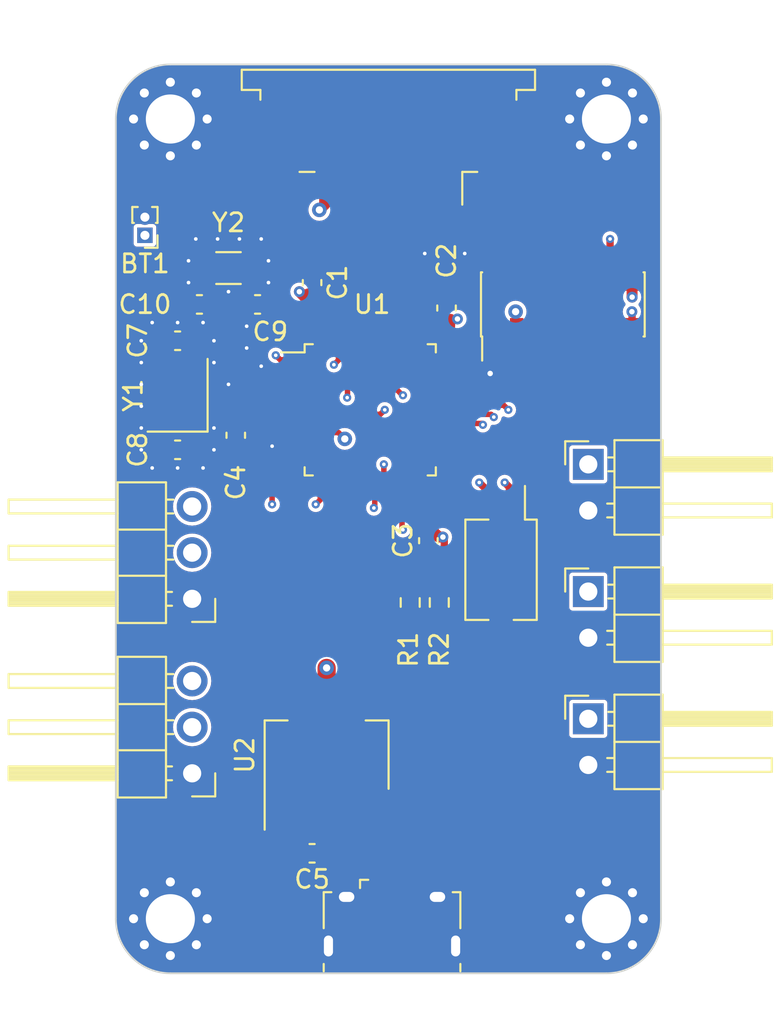
<source format=kicad_pcb>
(kicad_pcb (version 20221018) (generator pcbnew)
  (title_block (title "STM32F103C6 Core Board") (date "2023-11-08") (rev "1.0") (company "JetERA Creative") (comment 1 "https://creativecommons.org/licenses/by-sa/4.0/legalcode.en") (comment 2 "Use of this PCB design is governed under the CC BY-SA 4.0 International license."))
  (layers (0 "F.Cu" signal) (1 "In1.Cu" signal) (2 "In2.Cu" signal) (31 "B.Cu" signal) (34 "B.Paste" user) (35 "F.Paste" user) (36 "B.SilkS" user "B.Silkscreen") (37 "F.SilkS" user "F.Silkscreen") (38 "B.Mask" user) (39 "F.Mask" user) (44 "Edge.Cuts" user))
  (net 0 "")
  (net 1 "+3V3")
  (net 2 "GND")
  (net 3 "Net-(BT1-+)")
  (net 4 "RTCO")
  (net 5 "Net-(U1-PC14)")
  (net 6 "Net-(U1-PC15)")
  (net 7 "Net-(U1-PD0)")
  (net 8 "Net-(U1-PD1)")
  (net 9 "NRST")
  (net 10 "UART2_TX")
  (net 11 "UART2_RX")
  (net 12 "BOOT1")
  (net 13 "UART1_TX")
  (net 14 "UART1_RX")
  (net 15 "USB-")
  (net 16 "USB+")
  (net 17 "SWD_IO")
  (net 18 "SWD_CLK")
  (net 19 "SPI1_CS")
  (net 20 "SPI1_SCK")
  (net 21 "SPI1_MISO")
  (net 22 "SPI1_MOSI")
  (net 23 "I2C_SCL")
  (net 24 "I2C_SDA")
  (net 25 "BOOT0")
  (net 26 "CAN_RX")
  (net 27 "CAN_TX")
  (net 33 "+5V")
  (net 35 "GPIO_PB10")
  (net 36 "GPIO_PB12")
  (net 37 "GPIO_PB13")
  (net 38 "GPIO_PB14")
  (net 39 "GPIO_PB15")
  (net 40 "GPIO_PA0")
  (net 41 "GPIO_PA1")
  (net 42 "GPIO_PA6")
  (net 43 "GPIO_PB0")
  (net 44 "ADC_IN5")
  (net 45 "TIM1")
  (net 46 "TIM2")
  (net 47 "TIM3")
  (net 48 "GPIO_PA4")
  (net 49 "ADC_IN7")
  (footprint "Crystal:Crystal_SMD_3215-2Pin_3.2x1.5mm" (layer "F.Cu") (at 91.2 111.2)
    (fp_text reference "Y2" (at 0 -2.5) (layer "F.SilkS"))
    (fp_text value "32768Hz")
    (pad "1" smd rect (at 1.25 0) (size 1 1.8) (layers "F.Cu" "F.Paste" "F.Mask") (net 5 "Net-(U1-PC14)"))
    (pad "2" smd rect (at -1.25 0) (size 1 1.8) (layers "F.Cu" "F.Paste" "F.Mask") (net 6 "Net-(U1-PC15)"))
  )
  (footprint "Connector_PinHeader_1.00mm:PinHeader_1x02_P1.00mm_Vertical" (layer "F.Cu") (at 86.6 109.4 180)
    (fp_text reference "BT1" (at 0 -1.56) (layer "F.SilkS"))
    (fp_text value "Battery_Cell")
    (pad "1" thru_hole rect (at 0 0 180) (size 0.85 0.85) (drill 0.5) (layers "*.Cu" "*.Mask") (net 3 "Net-(BT1-+)"))
    (pad "2" thru_hole oval (at 0 1 180) (size 0.85 0.85) (drill 0.5) (layers "*.Cu" "*.Mask") (net 2 "GND"))
  )
  (footprint "Connector_PinHeader_2.54mm:PinHeader_1x02_P2.54mm_Horizontal" (layer "F.Cu") (at 111 129)
    (fp_text reference "J7" hide)
    (fp_text value "Conn_01x02")
    (pad "1" thru_hole rect (at 0 0) (size 1.7 1.7) (drill 1) (layers "*.Cu" "*.Mask") (net 46 "TIM2"))
    (pad "2" thru_hole oval (at 0 2.54) (size 1.7 1.7) (drill 1) (layers "*.Cu" "*.Mask") (net 2 "GND"))
  )
  (footprint "Connector_PinHeader_2.54mm:PinHeader_1x02_P2.54mm_Horizontal" (layer "F.Cu") (at 111 136)
    (fp_text reference "J8" hide)
    (fp_text value "Conn_01x02")
    (pad "1" thru_hole rect (at 0 0) (size 1.7 1.7) (drill 1) (layers "*.Cu" "*.Mask") (net 47 "TIM3"))
    (pad "2" thru_hole oval (at 0 2.54) (size 1.7 1.7) (drill 1) (layers "*.Cu" "*.Mask") (net 2 "GND"))
  )
  (footprint "Connector_PinHeader_2.54mm:PinHeader_1x03_P2.54mm_Horizontal" (layer "F.Cu") (at 89.2 139 180)
    (fp_text reference "J4" hide)
    (fp_text value "Conn_01x03")
    (pad "1" thru_hole rect (at 0 0 180) (size 1.7 1.7) (drill 1) (layers "*.Cu" "*.Mask") (net 2 "GND"))
    (pad "2" thru_hole oval (at 0 2.54 180) (size 1.7 1.7) (drill 1) (layers "*.Cu" "*.Mask") (net 11 "UART2_RX"))
    (pad "3" thru_hole oval (at 0 5.08 180) (size 1.7 1.7) (drill 1) (layers "*.Cu" "*.Mask") (net 10 "UART2_TX"))
  )
  (footprint "MountingHole:MountingHole_2.7mm_Pad_Via" (layer "F.Cu") (at 88 147)
    (fp_text reference "H4" hide)
    (fp_text value "MountingHole_Pad")
    (pad "1" thru_hole circle (at -2.025 0) (size 0.8 0.8) (drill 0.5) (layers "*.Cu" "*.Mask") (net 2 "GND"))
    (pad "1" thru_hole circle (at -1.431891 -1.431891) (size 0.8 0.8) (drill 0.5) (layers "*.Cu" "*.Mask") (net 2 "GND"))
    (pad "1" thru_hole circle (at -1.431891 1.431891) (size 0.8 0.8) (drill 0.5) (layers "*.Cu" "*.Mask") (net 2 "GND"))
    (pad "1" thru_hole circle (at 0 -2.025) (size 0.8 0.8) (drill 0.5) (layers "*.Cu" "*.Mask") (net 2 "GND"))
    (pad "1" thru_hole circle (at 0 0) (size 5.4 5.4) (drill 2.7) (layers "*.Cu" "*.Mask") (net 2 "GND"))
    (pad "1" thru_hole circle (at 0 2.025) (size 0.8 0.8) (drill 0.5) (layers "*.Cu" "*.Mask") (net 2 "GND"))
    (pad "1" thru_hole circle (at 1.431891 -1.431891) (size 0.8 0.8) (drill 0.5) (layers "*.Cu" "*.Mask") (net 2 "GND"))
    (pad "1" thru_hole circle (at 1.431891 1.431891) (size 0.8 0.8) (drill 0.5) (layers "*.Cu" "*.Mask") (net 2 "GND"))
    (pad "1" thru_hole circle (at 2.025 0) (size 0.8 0.8) (drill 0.5) (layers "*.Cu" "*.Mask") (net 2 "GND"))
  )
  (footprint "Capacitor_SMD:C_0603_1608Metric" (layer "F.Cu") (at 95.8 143.4 180)
    (fp_text reference "C5" (at 0 -1.43) (layer "F.SilkS"))
    (fp_text value "4.7uF")
    (pad "1" smd roundrect (at -0.775 0 180) (size 0.9 0.95) (layers "F.Cu" "F.Paste" "F.Mask") (net 1 "+3V3"))
    (pad "2" smd roundrect (at 0.775 0 180) (size 0.9 0.95) (layers "F.Cu" "F.Paste" "F.Mask") (net 2 "GND"))
  )
  (footprint "Capacitor_SMD:C_0603_1608Metric" (layer "F.Cu") (at 91.6 120.4 90)
    (fp_text reference "C4" (at -2.6 0 90) (layer "F.SilkS"))
    (fp_text value "4.7uF")
    (pad "1" smd roundrect (at -0.775 0 90) (size 0.9 0.95) (layers "F.Cu" "F.Paste" "F.Mask") (net 1 "+3V3"))
    (pad "2" smd roundrect (at 0.775 0 90) (size 0.9 0.95) (layers "F.Cu" "F.Paste" "F.Mask") (net 2 "GND"))
  )
  (footprint "Connector_PinHeader_2.54mm:PinHeader_1x02_P2.54mm_Horizontal" (layer "F.Cu") (at 111 122)
    (fp_text reference "J1" hide)
    (fp_text value "Conn_01x02")
    (pad "1" thru_hole rect (at 0 0) (size 1.7 1.7) (drill 1) (layers "*.Cu" "*.Mask") (net 45 "TIM1"))
    (pad "2" thru_hole oval (at 0 2.54) (size 1.7 1.7) (drill 1) (layers "*.Cu" "*.Mask") (net 2 "GND"))
  )
  (footprint "Capacitor_SMD:C_0603_1608Metric" (layer "F.Cu") (at 102.2 126.2 -90)
    (fp_text reference "C3" (at 0 1.4 90) (layer "F.SilkS"))
    (fp_text value "4.7uF")
    (pad "1" smd roundrect (at -0.775 0 270) (size 0.9 0.95) (layers "F.Cu" "F.Paste" "F.Mask") (net 1 "+3V3"))
    (pad "2" smd roundrect (at 0.775 0 270) (size 0.9 0.95) (layers "F.Cu" "F.Paste" "F.Mask") (net 2 "GND"))
  )
  (footprint "MountingHole:MountingHole_2.7mm_Pad_Via" (layer "F.Cu") (at 112 147)
    (fp_text reference "H3" hide)
    (fp_text value "MountingHole_Pad")
    (pad "1" thru_hole circle (at -2.025 0) (size 0.8 0.8) (drill 0.5) (layers "*.Cu" "*.Mask") (net 2 "GND"))
    (pad "1" thru_hole circle (at -1.431891 -1.431891) (size 0.8 0.8) (drill 0.5) (layers "*.Cu" "*.Mask") (net 2 "GND"))
    (pad "1" thru_hole circle (at -1.431891 1.431891) (size 0.8 0.8) (drill 0.5) (layers "*.Cu" "*.Mask") (net 2 "GND"))
    (pad "1" thru_hole circle (at 0 -2.025) (size 0.8 0.8) (drill 0.5) (layers "*.Cu" "*.Mask") (net 2 "GND"))
    (pad "1" thru_hole circle (at 0 0) (size 5.4 5.4) (drill 2.7) (layers "*.Cu" "*.Mask") (net 2 "GND"))
    (pad "1" thru_hole circle (at 0 2.025) (size 0.8 0.8) (drill 0.5) (layers "*.Cu" "*.Mask") (net 2 "GND"))
    (pad "1" thru_hole circle (at 1.431891 -1.431891) (size 0.8 0.8) (drill 0.5) (layers "*.Cu" "*.Mask") (net 2 "GND"))
    (pad "1" thru_hole circle (at 1.431891 1.431891) (size 0.8 0.8) (drill 0.5) (layers "*.Cu" "*.Mask") (net 2 "GND"))
    (pad "1" thru_hole circle (at 2.025 0) (size 0.8 0.8) (drill 0.5) (layers "*.Cu" "*.Mask") (net 2 "GND"))
  )
  (footprint "Capacitor_SMD:C_0603_1608Metric" (layer "F.Cu") (at 88.4 121.2)
    (fp_text reference "C8" (at -2.2 0 90) (layer "F.SilkS"))
    (fp_text value "10pF")
    (pad "1" smd roundrect (at -0.775 0) (size 0.9 0.95) (layers "F.Cu" "F.Paste" "F.Mask") (net 2 "GND"))
    (pad "2" smd roundrect (at 0.775 0) (size 0.9 0.95) (layers "F.Cu" "F.Paste" "F.Mask") (net 8 "Net-(U1-PD1)"))
  )
  (footprint "Connector_FFC-FPC:TE_84952-8_1x08-1MP_P1.0mm_Horizontal" (layer "F.Cu") (at 100 105 180)
    (fp_text reference "J6" hide)
    (fp_text value "Conn_01x08_MountingPin")
    (pad "1" smd rect (at -3.5 -1.8 180) (size 0.61 2) (layers "F.Cu" "F.Paste" "F.Mask") (net 2 "GND"))
    (pad "2" smd rect (at -2.5 -1.8 180) (size 0.61 2) (layers "F.Cu" "F.Paste" "F.Mask") (net 19 "SPI1_CS"))
    (pad "3" smd rect (at -1.5 -1.8 180) (size 0.61 2) (layers "F.Cu" "F.Paste" "F.Mask") (net 20 "SPI1_SCK"))
    (pad "4" smd rect (at -0.5 -1.8 180) (size 0.61 2) (layers "F.Cu" "F.Paste" "F.Mask") (net 21 "SPI1_MISO"))
    (pad "5" smd rect (at 0.5 -1.8 180) (size 0.61 2) (layers "F.Cu" "F.Paste" "F.Mask") (net 22 "SPI1_MOSI"))
    (pad "6" smd rect (at 1.5 -1.8 180) (size 0.61 2) (layers "F.Cu" "F.Paste" "F.Mask") (net 23 "I2C_SCL"))
    (pad "7" smd rect (at 2.5 -1.8 180) (size 0.61 2) (layers "F.Cu" "F.Paste" "F.Mask") (net 24 "I2C_SDA"))
    (pad "8" smd rect (at 3.5 -1.8 180) (size 0.61 2) (layers "F.Cu" "F.Paste" "F.Mask") (net 1 "+3V3"))
    (pad "MP" smd rect (at -6.49 1 180) (size 2.68 3.6) (layers "F.Cu" "F.Paste" "F.Mask") (net 2 "GND"))
    (pad "MP" smd rect (at 6.49 1 180) (size 2.68 3.6) (layers "F.Cu" "F.Paste" "F.Mask") (net 2 "GND"))
  )
  (footprint "Crystal:Crystal_SMD_3225-4Pin_3.2x2.5mm" (layer "F.Cu") (at 88.4 118.2 90)
    (fp_text reference "Y1" (at 0 -2.45 90) (layer "F.SilkS"))
    (fp_text value "12MHz")
    (pad "1" smd rect (at -1.1 0.85 90) (size 1.4 1.2) (layers "F.Cu" "F.Paste" "F.Mask") (net 8 "Net-(U1-PD1)"))
    (pad "2" smd rect (at 1.1 0.85 90) (size 1.4 1.2) (layers "F.Cu" "F.Paste" "F.Mask") (net 2 "GND"))
    (pad "3" smd rect (at 1.1 -0.85 90) (size 1.4 1.2) (layers "F.Cu" "F.Paste" "F.Mask") (net 7 "Net-(U1-PD0)"))
    (pad "4" smd rect (at -1.1 -0.85 90) (size 1.4 1.2) (layers "F.Cu" "F.Paste" "F.Mask") (net 2 "GND"))
  )
  (footprint "Resistor_SMD:R_0603_1608Metric" (layer "F.Cu") (at 102.8 129.6 -90)
    (fp_text reference "R2" (at 2.6 0 90) (layer "F.SilkS"))
    (fp_text value "10k")
    (pad "1" smd roundrect (at -0.825 0 270) (size 0.8 0.95) (layers "F.Cu" "F.Paste" "F.Mask") (net 1 "+3V3"))
    (pad "2" smd roundrect (at 0.825 0 270) (size 0.8 0.95) (layers "F.Cu" "F.Paste" "F.Mask") (net 12 "BOOT1"))
  )
  (footprint "Connector_USB:USB_Micro-B_Amphenol_10118194_Horizontal" (layer "F.Cu") (at 100.2 147.2)
    (fp_text reference "J3" hide)
    (fp_text value "USB_B_Micro")
    (pad "1" smd rect (at -1.3 -1.4) (size 0.4 1.35) (layers "F.Cu" "F.Paste" "F.Mask") (net 33 "+5V"))
    (pad "2" smd rect (at -0.65 -1.4) (size 0.4 1.35) (layers "F.Cu" "F.Paste" "F.Mask") (net 15 "USB-"))
    (pad "3" smd rect (at 0 -1.4) (size 0.4 1.35) (layers "F.Cu" "F.Paste" "F.Mask") (net 16 "USB+"))
    (pad "4" smd rect (at 0.65 -1.4) (size 0.4 1.35) (layers "F.Cu" "F.Paste" "F.Mask"))
    (pad "5" smd rect (at 1.3 -1.4) (size 0.4 1.35) (layers "F.Cu" "F.Paste" "F.Mask") (net 2 "GND"))
    (pad "6" thru_hole oval (at -3.5 1.3) (size 0.89 1.55) (drill oval 0.5 1.15) (layers "*.Cu" "*.Mask") (net 2 "GND"))
    (pad "6" smd rect (at -2.9 1.3) (size 1.2 1.55) (layers "F.Cu" "F.Paste" "F.Mask") (net 2 "GND"))
    (pad "6" thru_hole oval (at -2.5 -1.4) (size 1.25 0.95) (drill oval 0.85 0.55) (layers "*.Cu" "*.Mask") (net 2 "GND"))
    (pad "6" smd rect (at -1 1.3) (size 1.5 1.55) (layers "F.Cu" "F.Paste" "F.Mask") (net 2 "GND"))
    (pad "6" smd rect (at 1 1.3) (size 1.5 1.55) (layers "F.Cu" "F.Paste" "F.Mask") (net 2 "GND"))
    (pad "6" thru_hole oval (at 2.5 -1.4) (size 1.25 0.95) (drill oval 0.85 0.55) (layers "*.Cu" "*.Mask") (net 2 "GND"))
    (pad "6" smd rect (at 2.9 1.3) (size 1.2 1.55) (layers "F.Cu" "F.Paste" "F.Mask") (net 2 "GND"))
    (pad "6" thru_hole oval (at 3.5 1.3) (size 0.89 1.55) (drill oval 0.5 1.15) (layers "*.Cu" "*.Mask") (net 2 "GND"))
  )
  (footprint "Capacitor_SMD:C_0603_1608Metric" (layer "F.Cu") (at 88.4 115.2 180)
    (fp_text reference "C7" (at 2.2 0 90) (layer "F.SilkS"))
    (fp_text value "10pF")
    (pad "1" smd roundrect (at -0.775 0 180) (size 0.9 0.95) (layers "F.Cu" "F.Paste" "F.Mask") (net 2 "GND"))
    (pad "2" smd roundrect (at 0.775 0 180) (size 0.9 0.95) (layers "F.Cu" "F.Paste" "F.Mask") (net 7 "Net-(U1-PD0)"))
  )
  (footprint "Package_QFP:LQFP-48_7x7mm_P0.5mm" (layer "F.Cu") (at 99 119)
    (fp_text reference "U1" (at 0.1 -5.8) (layer "F.SilkS"))
    (fp_text value "STM32F103C6Tx")
    (pad "1" smd roundrect (at -4.1625 -2.75) (size 1.475 0.3) (layers "F.Cu" "F.Paste" "F.Mask") (net 3 "Net-(BT1-+)"))
    (pad "2" smd roundrect (at -4.1625 -2.25) (size 1.475 0.3) (layers "F.Cu" "F.Paste" "F.Mask") (net 4 "RTCO"))
    (pad "3" smd roundrect (at -4.1625 -1.75) (size 1.475 0.3) (layers "F.Cu" "F.Paste" "F.Mask") (net 5 "Net-(U1-PC14)"))
    (pad "4" smd roundrect (at -4.1625 -1.25) (size 1.475 0.3) (layers "F.Cu" "F.Paste" "F.Mask") (net 6 "Net-(U1-PC15)"))
    (pad "5" smd roundrect (at -4.1625 -0.75) (size 1.475 0.3) (layers "F.Cu" "F.Paste" "F.Mask") (net 7 "Net-(U1-PD0)"))
    (pad "6" smd roundrect (at -4.1625 -0.25) (size 1.475 0.3) (layers "F.Cu" "F.Paste" "F.Mask") (net 8 "Net-(U1-PD1)"))
    (pad "7" smd roundrect (at -4.1625 0.25) (size 1.475 0.3) (layers "F.Cu" "F.Paste" "F.Mask") (net 9 "NRST"))
    (pad "8" smd roundrect (at -4.1625 0.75) (size 1.475 0.3) (layers "F.Cu" "F.Paste" "F.Mask") (net 2 "GND"))
    (pad "9" smd roundrect (at -4.1625 1.25) (size 1.475 0.3) (layers "F.Cu" "F.Paste" "F.Mask") (net 1 "+3V3"))
    (pad "10" smd roundrect (at -4.1625 1.75) (size 1.475 0.3) (layers "F.Cu" "F.Paste" "F.Mask") (net 40 "GPIO_PA0"))
    (pad "11" smd roundrect (at -4.1625 2.25) (size 1.475 0.3) (layers "F.Cu" "F.Paste" "F.Mask") (net 41 "GPIO_PA1"))
    (pad "12" smd roundrect (at -4.1625 2.75) (size 1.475 0.3) (layers "F.Cu" "F.Paste" "F.Mask") (net 10 "UART2_TX"))
    (pad "13" smd roundrect (at -2.75 4.1625) (size 0.3 1.475) (layers "F.Cu" "F.Paste" "F.Mask") (net 11 "UART2_RX"))
    (pad "14" smd roundrect (at -2.25 4.1625) (size 0.3 1.475) (layers "F.Cu" "F.Paste" "F.Mask") (net 48 "GPIO_PA4"))
    (pad "15" smd roundrect (at -1.75 4.1625) (size 0.3 1.475) (layers "F.Cu" "F.Paste" "F.Mask") (net 44 "ADC_IN5"))
    (pad "16" smd roundrect (at -1.25 4.1625) (size 0.3 1.475) (layers "F.Cu" "F.Paste" "F.Mask") (net 42 "GPIO_PA6"))
    (pad "17" smd roundrect (at -0.75 4.1625) (size 0.3 1.475) (layers "F.Cu" "F.Paste" "F.Mask") (net 49 "ADC_IN7"))
    (pad "18" smd roundrect (at -0.25 4.1625) (size 0.3 1.475) (layers "F.Cu" "F.Paste" "F.Mask") (net 43 "GPIO_PB0"))
    (pad "19" smd roundrect (at 0.25 4.1625) (size 0.3 1.475) (layers "F.Cu" "F.Paste" "F.Mask") (net 47 "TIM3"))
    (pad "20" smd roundrect (at 0.75 4.1625) (size 0.3 1.475) (layers "F.Cu" "F.Paste" "F.Mask") (net 12 "BOOT1"))
    (pad "21" smd roundrect (at 1.25 4.1625) (size 0.3 1.475) (layers "F.Cu" "F.Paste" "F.Mask") (net 35 "GPIO_PB10"))
    (pad "22" smd roundrect (at 1.75 4.1625) (size 0.3 1.475) (layers "F.Cu" "F.Paste" "F.Mask") (net 46 "TIM2"))
    (pad "23" smd roundrect (at 2.25 4.1625) (size 0.3 1.475) (layers "F.Cu" "F.Paste" "F.Mask") (net 2 "GND"))
    (pad "24" smd roundrect (at 2.75 4.1625) (size 0.3 1.475) (layers "F.Cu" "F.Paste" "F.Mask") (net 1 "+3V3"))
    (pad "25" smd roundrect (at 4.1625 2.75) (size 1.475 0.3) (layers "F.Cu" "F.Paste" "F.Mask") (net 36 "GPIO_PB12"))
    (pad "26" smd roundrect (at 4.1625 2.25) (size 1.475 0.3) (layers "F.Cu" "F.Paste" "F.Mask") (net 37 "GPIO_PB13"))
    (pad "27" smd roundrect (at 4.1625 1.75) (size 1.475 0.3) (layers "F.Cu" "F.Paste" "F.Mask") (net 38 "GPIO_PB14"))
    (pad "28" smd roundrect (at 4.1625 1.25) (size 1.475 0.3) (layers "F.Cu" "F.Paste" "F.Mask") (net 39 "GPIO_PB15"))
    (pad "29" smd roundrect (at 4.1625 0.75) (size 1.475 0.3) (layers "F.Cu" "F.Paste" "F.Mask") (net 45 "TIM1"))
    (pad "30" smd roundrect (at 4.1625 0.25) (size 1.475 0.3) (layers "F.Cu" "F.Paste" "F.Mask") (net 13 "UART1_TX"))
    (pad "31" smd roundrect (at 4.1625 -0.25) (size 1.475 0.3) (layers "F.Cu" "F.Paste" "F.Mask") (net 14 "UART1_RX"))
    (pad "32" smd roundrect (at 4.1625 -0.75) (size 1.475 0.3) (layers "F.Cu" "F.Paste" "F.Mask") (net 15 "USB-"))
    (pad "33" smd roundrect (at 4.1625 -1.25) (size 1.475 0.3) (layers "F.Cu" "F.Paste" "F.Mask") (net 16 "USB+"))
    (pad "34" smd roundrect (at 4.1625 -1.75) (size 1.475 0.3) (layers "F.Cu" "F.Paste" "F.Mask") (net 17 "SWD_IO"))
    (pad "35" smd roundrect (at 4.1625 -2.25) (size 1.475 0.3) (layers "F.Cu" "F.Paste" "F.Mask") (net 2 "GND"))
    (pad "36" smd roundrect (at 4.1625 -2.75) (size 1.475 0.3) (layers "F.Cu" "F.Paste" "F.Mask") (net 1 "+3V3"))
    (pad "37" smd roundrect (at 2.75 -4.1625) (size 0.3 1.475) (layers "F.Cu" "F.Paste" "F.Mask") (net 18 "SWD_CLK"))
    (pad "38" smd roundrect (at 2.25 -4.1625) (size 0.3 1.475) (layers "F.Cu" "F.Paste" "F.Mask") (net 19 "SPI1_CS"))
    (pad "39" smd roundrect (at 1.75 -4.1625) (size 0.3 1.475) (layers "F.Cu" "F.Paste" "F.Mask") (net 20 "SPI1_SCK"))
    (pad "40" smd roundrect (at 1.25 -4.1625) (size 0.3 1.475) (layers "F.Cu" "F.Paste" "F.Mask") (net 21 "SPI1_MISO"))
    (pad "41" smd roundrect (at 0.75 -4.1625) (size 0.3 1.475) (layers "F.Cu" "F.Paste" "F.Mask") (net 22 "SPI1_MOSI"))
    (pad "42" smd roundrect (at 0.25 -4.1625) (size 0.3 1.475) (layers "F.Cu" "F.Paste" "F.Mask") (net 23 "I2C_SCL"))
    (pad "43" smd roundrect (at -0.25 -4.1625) (size 0.3 1.475) (layers "F.Cu" "F.Paste" "F.Mask") (net 24 "I2C_SDA"))
    (pad "44" smd roundrect (at -0.75 -4.1625) (size 0.3 1.475) (layers "F.Cu" "F.Paste" "F.Mask") (net 25 "BOOT0"))
    (pad "45" smd roundrect (at -1.25 -4.1625) (size 0.3 1.475) (layers "F.Cu" "F.Paste" "F.Mask") (net 26 "CAN_RX"))
    (pad "46" smd roundrect (at -1.75 -4.1625) (size 0.3 1.475) (layers "F.Cu" "F.Paste" "F.Mask") (net 27 "CAN_TX"))
    (pad "47" smd roundrect (at -2.25 -4.1625) (size 0.3 1.475) (layers "F.Cu" "F.Paste" "F.Mask") (net 2 "GND"))
    (pad "48" smd roundrect (at -2.75 -4.1625) (size 0.3 1.475) (layers "F.Cu" "F.Paste" "F.Mask") (net 1 "+3V3"))
  )
  (footprint "Capacitor_SMD:C_0603_1608Metric" (layer "F.Cu") (at 89.6 113.2)
    (fp_text reference "C10" (at -3 0 180) (layer "F.SilkS"))
    (fp_text value "10pF")
    (pad "1" smd roundrect (at -0.775 0) (size 0.9 0.95) (layers "F.Cu" "F.Paste" "F.Mask") (net 2 "GND"))
    (pad "2" smd roundrect (at 0.775 0) (size 0.9 0.95) (layers "F.Cu" "F.Paste" "F.Mask") (net 6 "Net-(U1-PC15)"))
  )
  (footprint "MountingHole:MountingHole_2.7mm_Pad_Via" (layer "F.Cu") (at 112 103)
    (fp_text reference "H2" hide)
    (fp_text value "MountingHole_Pad")
    (pad "1" thru_hole circle (at -2.025 0) (size 0.8 0.8) (drill 0.5) (layers "*.Cu" "*.Mask") (net 2 "GND"))
    (pad "1" thru_hole circle (at -1.431891 -1.431891) (size 0.8 0.8) (drill 0.5) (layers "*.Cu" "*.Mask") (net 2 "GND"))
    (pad "1" thru_hole circle (at -1.431891 1.431891) (size 0.8 0.8) (drill 0.5) (layers "*.Cu" "*.Mask") (net 2 "GND"))
    (pad "1" thru_hole circle (at 0 -2.025) (size 0.8 0.8) (drill 0.5) (layers "*.Cu" "*.Mask") (net 2 "GND"))
    (pad "1" thru_hole circle (at 0 0) (size 5.4 5.4) (drill 2.7) (layers "*.Cu" "*.Mask") (net 2 "GND"))
    (pad "1" thru_hole circle (at 0 2.025) (size 0.8 0.8) (drill 0.5) (layers "*.Cu" "*.Mask") (net 2 "GND"))
    (pad "1" thru_hole circle (at 1.431891 -1.431891) (size 0.8 0.8) (drill 0.5) (layers "*.Cu" "*.Mask") (net 2 "GND"))
    (pad "1" thru_hole circle (at 1.431891 1.431891) (size 0.8 0.8) (drill 0.5) (layers "*.Cu" "*.Mask") (net 2 "GND"))
    (pad "1" thru_hole circle (at 2.025 0) (size 0.8 0.8) (drill 0.5) (layers "*.Cu" "*.Mask") (net 2 "GND"))
  )
  (footprint "Connector_PinHeader_1.27mm:PinHeader_2x07_P1.27mm_Vertical_SMD" (layer "F.Cu") (at 109.6 113.2 90)
    (fp_text reference "J2" hide)
    (fp_text value "Conn_ST_STDC14")
    (pad "1" smd rect (at -1.95 -3.81 90) (size 2.4 0.74) (layers "F.Cu" "F.Paste" "F.Mask"))
    (pad "2" smd rect (at 1.95 -3.81 90) (size 2.4 0.74) (layers "F.Cu" "F.Paste" "F.Mask"))
    (pad "3" smd rect (at -1.95 -2.54 90) (size 2.4 0.74) (layers "F.Cu" "F.Paste" "F.Mask") (net 1 "+3V3"))
    (pad "4" smd rect (at 1.95 -2.54 90) (size 2.4 0.74) (layers "F.Cu" "F.Paste" "F.Mask") (net 17 "SWD_IO"))
    (pad "5" smd rect (at -1.95 -1.27 90) (size 2.4 0.74) (layers "F.Cu" "F.Paste" "F.Mask") (net 2 "GND"))
    (pad "6" smd rect (at 1.95 -1.27 90) (size 2.4 0.74) (layers "F.Cu" "F.Paste" "F.Mask") (net 18 "SWD_CLK"))
    (pad "7" smd rect (at -1.95 0 90) (size 2.4 0.74) (layers "F.Cu" "F.Paste" "F.Mask") (net 2 "GND"))
    (pad "8" smd rect (at 1.95 0 90) (size 2.4 0.74) (layers "F.Cu" "F.Paste" "F.Mask"))
    (pad "9" smd rect (at -1.95 1.27 90) (size 2.4 0.74) (layers "F.Cu" "F.Paste" "F.Mask"))
    (pad "10" smd rect (at 1.95 1.27 90) (size 2.4 0.74) (layers "F.Cu" "F.Paste" "F.Mask"))
    (pad "11" smd rect (at -1.95 2.54 90) (size 2.4 0.74) (layers "F.Cu" "F.Paste" "F.Mask") (net 2 "GND"))
    (pad "12" smd rect (at 1.95 2.54 90) (size 2.4 0.74) (layers "F.Cu" "F.Paste" "F.Mask") (net 9 "NRST"))
    (pad "13" smd rect (at -1.95 3.81 90) (size 2.4 0.74) (layers "F.Cu" "F.Paste" "F.Mask") (net 14 "UART1_RX"))
    (pad "14" smd rect (at 1.95 3.81 90) (size 2.4 0.74) (layers "F.Cu" "F.Paste" "F.Mask") (net 13 "UART1_TX"))
  )
  (footprint "Package_TO_SOT_SMD:SOT-223-3_TabPin2" (layer "F.Cu") (at 96.6 138 90)
    (fp_text reference "U2" (at 0 -4.5 90) (layer "F.SilkS"))
    (fp_text value "AMS1117-3.3")
    (pad "1" smd rect (at -3.15 -2.3 90) (size 2 1.5) (layers "F.Cu" "F.Paste" "F.Mask") (net 2 "GND"))
    (pad "2" smd rect (at -3.15 0 90) (size 2 1.5) (layers "F.Cu" "F.Paste" "F.Mask") (net 1 "+3V3"))
    (pad "2" smd rect (at 3.15 0 90) (size 2 3.8) (layers "F.Cu" "F.Paste" "F.Mask") (net 1 "+3V3"))
    (pad "3" smd rect (at -3.15 2.3 90) (size 2 1.5) (layers "F.Cu" "F.Paste" "F.Mask") (net 33 "+5V"))
  )
  (footprint "Capacitor_SMD:C_0603_1608Metric" (layer "F.Cu") (at 95.8 112 90)
    (fp_text reference "C1" (at 0 1.4 90) (layer "F.SilkS"))
    (fp_text value "4.7uF")
    (pad "1" smd roundrect (at -0.775 0 90) (size 0.9 0.95) (layers "F.Cu" "F.Paste" "F.Mask") (net 1 "+3V3"))
    (pad "2" smd roundrect (at 0.775 0 90) (size 0.9 0.95) (layers "F.Cu" "F.Paste" "F.Mask") (net 2 "GND"))
  )
  (footprint "Capacitor_SMD:C_0603_1608Metric" (layer "F.Cu") (at 92.8 113.2 180)
    (fp_text reference "C9" (at -0.7 -1.5 180) (layer "F.SilkS"))
    (fp_text value "10pF")
    (pad "1" smd roundrect (at -0.775 0 180) (size 0.9 0.95) (layers "F.Cu" "F.Paste" "F.Mask") (net 2 "GND"))
    (pad "2" smd roundrect (at 0.775 0 180) (size 0.9 0.95) (layers "F.Cu" "F.Paste" "F.Mask") (net 5 "Net-(U1-PC14)"))
  )
  (footprint "Connector_PinHeader_2.54mm:PinHeader_1x03_P2.54mm_Horizontal" (layer "F.Cu") (at 89.2 129.4 180)
    (fp_text reference "J5" hide)
    (fp_text value "Conn_01x03")
    (pad "1" thru_hole rect (at 0 0 180) (size 1.7 1.7) (drill 1) (layers "*.Cu" "*.Mask") (net 2 "GND"))
    (pad "2" thru_hole oval (at 0 2.54 180) (size 1.7 1.7) (drill 1) (layers "*.Cu" "*.Mask") (net 26 "CAN_RX"))
    (pad "3" thru_hole oval (at 0 5.08 180) (size 1.7 1.7) (drill 1) (layers "*.Cu" "*.Mask") (net 27 "CAN_TX"))
  )
  (footprint "Button_Switch_SMD:SW_DIP_SPSTx02_Slide_Copal_CHS-02B_W7.62mm_P1.27mm" (layer "F.Cu") (at 106.2 127.8 -90)
    (fp_text reference "SW1" hide)
    (fp_text value "SW_DIP_x02")
    (pad "1" smd rect (at -3.81 -0.635 270) (size 1.6 0.76) (layers "F.Cu" "F.Paste" "F.Mask") (net 25 "BOOT0"))
    (pad "2" smd rect (at -3.81 0.635 270) (size 1.6 0.76) (layers "F.Cu" "F.Paste" "F.Mask") (net 12 "BOOT1"))
    (pad "3" smd rect (at 3.81 0.635 270) (size 1.6 0.76) (layers "F.Cu" "F.Paste" "F.Mask") (net 2 "GND"))
    (pad "4" smd rect (at 3.81 -0.635 270) (size 1.6 0.76) (layers "F.Cu" "F.Paste" "F.Mask") (net 2 "GND"))
  )
  (footprint "Resistor_SMD:R_0603_1608Metric" (layer "F.Cu") (at 101.2 129.6 -90)
    (fp_text reference "R1" (at 2.6 0.1 90) (layer "F.SilkS"))
    (fp_text value "10k")
    (pad "1" smd roundrect (at -0.825 0 270) (size 0.8 0.95) (layers "F.Cu" "F.Paste" "F.Mask") (net 1 "+3V3"))
    (pad "2" smd roundrect (at 0.825 0 270) (size 0.8 0.95) (layers "F.Cu" "F.Paste" "F.Mask") (net 25 "BOOT0"))
  )
  (footprint "Capacitor_SMD:C_0603_1608Metric" (layer "F.Cu") (at 103.2 113.4 90)
    (fp_text reference "C2" (at 2.6 0 90) (layer "F.SilkS"))
    (fp_text value "4.7uF")
    (pad "1" smd roundrect (at -0.775 0 90) (size 0.9 0.95) (layers "F.Cu" "F.Paste" "F.Mask") (net 1 "+3V3"))
    (pad "2" smd roundrect (at 0.775 0 90) (size 0.9 0.95) (layers "F.Cu" "F.Paste" "F.Mask") (net 2 "GND"))
  )
  (footprint "MountingHole:MountingHole_2.7mm_Pad_Via" (layer "F.Cu") (at 88 103)
    (fp_text reference "H1" hide)
    (fp_text value "MountingHole_Pad")
    (pad "1" thru_hole circle (at -2.025 0) (size 0.8 0.8) (drill 0.5) (layers "*.Cu" "*.Mask") (net 2 "GND"))
    (pad "1" thru_hole circle (at -1.431891 -1.431891) (size 0.8 0.8) (drill 0.5) (layers "*.Cu" "*.Mask") (net 2 "GND"))
    (pad "1" thru_hole circle (at -1.431891 1.431891) (size 0.8 0.8) (drill 0.5) (layers "*.Cu" "*.Mask") (net 2 "GND"))
    (pad "1" thru_hole circle (at 0 -2.025) (size 0.8 0.8) (drill 0.5) (layers "*.Cu" "*.Mask") (net 2 "GND"))
    (pad "1" thru_hole circle (at 0 0) (size 5.4 5.4) (drill 2.7) (layers "*.Cu" "*.Mask") (net 2 "GND"))
    (pad "1" thru_hole circle (at 0 2.025) (size 0.8 0.8) (drill 0.5) (layers "*.Cu" "*.Mask") (net 2 "GND"))
    (pad "1" thru_hole circle (at 1.431891 -1.431891) (size 0.8 0.8) (drill 0.5) (layers "*.Cu" "*.Mask") (net 2 "GND"))
    (pad "1" thru_hole circle (at 1.431891 1.431891) (size 0.8 0.8) (drill 0.5) (layers "*.Cu" "*.Mask") (net 2 "GND"))
    (pad "1" thru_hole circle (at 2.025 0) (size 0.8 0.8) (drill 0.5) (layers "*.Cu" "*.Mask") (net 2 "GND"))
  )
  (gr_line (start 112 150) (end 88 150) (stroke (width 0.1)) (layer "Edge.Cuts"))
  (gr_arc (start 85 103) (mid 85.87868 100.87868) (end 88 100) (stroke (width 0.1)) (layer "Edge.Cuts"))
  (gr_line (start 88 100) (end 112 100) (stroke (width 0.1)) (layer "Edge.Cuts"))
  (gr_arc (start 88 150) (mid 85.87868 149.12132) (end 85 147) (stroke (width 0.1)) (layer "Edge.Cuts"))
  (gr_line (start 85 147) (end 85 103) (stroke (width 0.1)) (layer "Edge.Cuts"))
  (gr_arc (start 115 147) (mid 114.12132 149.12132) (end 112 150) (stroke (width 0.1)) (layer "Edge.Cuts"))
  (gr_arc (start 112 100) (mid 114.12132 100.87868) (end 115 103) (stroke (width 0.1)) (layer "Edge.Cuts"))
  (gr_line (start 115 103) (end 115 147) (stroke (width 0.1)) (layer "Edge.Cuts"))
  (segment (start 96.25 114.8375) (end 96.25 113.225) (width 0.3) (layer "F.Cu") (net 1))
  (segment (start 103.2 114.175) (end 103.2 116.2125) (width 0.3) (layer "F.Cu") (net 1))
  (segment (start 103 126) (end 102.775 126) (width 0.6) (layer "F.Cu") (net 1))
  (segment (start 96.575 143.4) (end 96.575 141.175) (width 0.8) (layer "F.Cu") (net 1))
  (segment (start 103.075 128.5) (end 102.8 128.775) (width 0.4) (layer "F.Cu") (net 1))
  (segment (start 95.1 112.5) (end 95.375 112.775) (width 0.6) (layer "F.Cu") (net 1))
  (segment (start 94.8375 120.25) (end 92.525 120.25) (width 0.3) (layer "F.Cu") (net 1))
  (segment (start 95.375 112.775) (end 95.8 112.775) (width 0.6) (layer "F.Cu") (net 1))
  (segment (start 101.75 123.1625) (end 101.75 124.975) (width 0.3) (layer "F.Cu") (net 1))
  (segment (start 103.2 116.2125) (end 103.1625 116.25) (width 0.3) (layer "F.Cu") (net 1))
  (segment (start 102.775 126) (end 102.2 125.425) (width 0.6) (layer "F.Cu") (net 1))
  (segment (start 96.5 107.7) (end 96.2 108) (width 0.6) (layer "F.Cu") (net 1))
  (segment (start 97.25 120.25) (end 97.6 120.6) (width 0.3) (layer "F.Cu") (net 1))
  (segment (start 92.525 120.25) (end 91.6 121.175) (width 0.3) (layer "F.Cu") (net 1))
  (segment (start 94.8375 120.25) (end 97.25 120.25) (width 0.3) (layer "F.Cu") (net 1))
  (segment (start 103 126) (end 103.075 126.075) (width 0.4) (layer "F.Cu") (net 1))
  (segment (start 101.2 128.775) (end 102.8 128.775) (width 0.4) (layer "F.Cu") (net 1))
  (segment (start 96.5 106.8) (end 96.5 107.7) (width 0.6) (layer "F.Cu") (net 1))
  (segment (start 96.6 134.85) (end 96.6 133.2) (width 1) (layer "F.Cu") (net 1))
  (segment (start 103.075 126.075) (end 103.075 128.5) (width 0.4) (layer "F.Cu") (net 1))
  (segment (start 96.25 113.225) (end 95.8 112.775) (width 0.3) (layer "F.Cu") (net 1))
  (segment (start 101.75 124.975) (end 102.2 125.425) (width 0.3) (layer "F.Cu") (net 1))
  (segment (start 96.575 141.175) (end 96.6 141.15) (width 0.8) (layer "F.Cu") (net 1))
  (via (at 107 113.6) (size 0.8) (drill 0.4) (layers "F.Cu" "B.Cu") (net 1))
  (via (at 97.6 120.6) (size 0.8) (drill 0.4) (layers "F.Cu" "B.Cu") (net 1))
  (via (at 96.6 133.2) (size 0.8) (drill 0.4) (layers "F.Cu" "B.Cu") (net 1))
  (via (at 95.1 112.5) (size 0.6) (drill 0.3) (layers "F.Cu" "B.Cu") (net 1))
  (via (at 103 126) (size 0.6) (drill 0.3) (layers "F.Cu" "B.Cu") (net 1))
  (via (at 96.2 108) (size 0.8) (drill 0.4) (layers "F.Cu" "B.Cu") (net 1))
  (via (at 103.8 114) (size 0.6) (drill 0.3) (layers "F.Cu" "B.Cu") (net 1))
  (segment (start 89.175 117.025) (end 89.25 117.1) (width 0.8) (layer "F.Cu") (net 2))
  (segment (start 87.625 121.2) (end 87.625 119.375) (width 0.8) (layer "F.Cu") (net 2))
  (segment (start 89.175 115.2) (end 89.175 117.025) (width 0.8) (layer "F.Cu") (net 2))
  (segment (start 87.625 119.375) (end 87.55 119.3) (width 0.8) (layer "F.Cu") (net 2))
  (via (at 86.4 120) (size 0.45) (drill 0.2) (layers "F.Cu" "B.Cu") (net 2))
  (via (at 92.2 115.6) (size 0.45) (drill 0.2) (layers "F.Cu" "B.Cu") (net 2))
  (via (at 89.4 109.6) (size 0.45) (drill 0.2) (layers "F.Cu" "B.Cu") (net 2))
  (via (at 89 112) (size 0.45) (drill 0.2) (layers "F.Cu" "B.Cu") (net 2))
  (via (at 105.6 117) (size 0.6) (drill 0.3) (layers "F.Cu" "B.Cu") (net 2))
  (via (at 90.4 120) (size 0.45) (drill 0.2) (layers "F.Cu" "B.Cu") (net 2))
  (via (at 91.2 117.6) (size 0.45) (drill 0.2) (layers "F.Cu" "B.Cu") (net 2))
  (via (at 91.8 109.6) (size 0.45) (drill 0.2) (layers "F.Cu" "B.Cu") (net 2))
  (via (at 86.4 121.2) (size 0.45) (drill 0.2) (layers "F.Cu" "B.Cu") (net 2))
  (via (at 86.4 118.8) (size 0.45) (drill 0.2) (layers "F.Cu" "B.Cu") (net 2))
  (via (at 86.4 117.6) (size 0.45) (drill 0.2) (layers "F.Cu" "B.Cu") (net 2))
  (via (at 88.4 122.2) (size 0.45) (drill 0.2) (layers "F.Cu" "B.Cu") (net 2))
  (via (at 89.8 114.2) (size 0.45) (drill 0.2) (layers "F.Cu" "B.Cu") (net 2))
  (via (at 89.8 122.2) (size 0.45) (drill 0.2) (layers "F.Cu" "B.Cu") (net 2))
  (via (at 88.4 114.2) (size 0.45) (drill 0.2) (layers "F.Cu" "B.Cu") (net 2))
  (via (at 87 122.2) (size 0.45) (drill 0.2) (layers "F.Cu" "B.Cu") (net 2))
  (via (at 89 110.8) (size 0.45) (drill 0.2) (layers "F.Cu" "B.Cu") (net 2))
  (via (at 93.4 112) (size 0.45) (drill 0.2) (layers "F.Cu" "B.Cu") (net 2))
  (via (at 90.4 121.2) (size 0.45) (drill 0.2) (layers "F.Cu" "B.Cu") (net 2))
  (via (at 87 114.2) (size 0.45) (drill 0.2) (layers "F.Cu" "B.Cu") (net 2))
  (via (at 102 110.4) (size 0.45) (drill 0.2) (layers "F.Cu" "B.Cu") (net 2))
  (via (at 93.6 121) (size 0.45) (drill 0.2) (layers "F.Cu" "B.Cu") (net 2))
  (via (at 93 116.6) (size 0.45) (drill 0.2) (layers "F.Cu" "B.Cu") (net 2))
  (via (at 93 109.6) (size 0.45) (drill 0.2) (layers "F.Cu" "B.Cu") (net 2))
  (via (at 90.6 109.6) (size 0.45) (drill 0.2) (layers "F.Cu" "B.Cu") (net 2))
  (via (at 90.4 115.2) (size 0.45) (drill 0.2) (layers "F.Cu" "B.Cu") (net 2))
  (via (at 86.4 116.4) (size 0.45) (drill 0.2) (layers "F.Cu" "B.Cu") (net 2))
  (via (at 90.4 116.4) (size 0.45) (drill 0.2) (layers "F.Cu" "B.Cu") (net 2))
  (via (at 104.2 110.4) (size 0.45) (drill 0.2) (layers "F.Cu" "B.Cu") (net 2))
  (via (at 93.4 110.8) (size 0.45) (drill 0.2) (layers "F.Cu" "B.Cu") (net 2))
  (via (at 86.4 115.2) (size 0.45) (drill 0.2) (layers "F.Cu" "B.Cu") (net 2))
  (via (at 92.2 114.4) (size 0.45) (drill 0.2) (layers "F.Cu" "B.Cu") (net 2))
  (via (at 91.2 112.5) (size 0.45) (drill 0.2) (layers "F.Cu" "B.Cu") (net 2))
  (segment (start 94.8375 116.25) (end 94.05 116.25) (width 0.3) (layer "F.Cu") (net 3))
  (segment (start 94.05 116.25) (end 93.8 116) (width 0.3) (layer "F.Cu") (net 3))
  (via (at 93.8 116) (size 0.45) (drill 0.2) (layers "F.Cu" "B.Cu") (net 3))
  (segment (start 92.025 113.2) (end 92.45 112.775) (width 0.8) (layer "F.Cu") (net 5))
  (segment (start 91.6 113.625) (end 92.025 113.2) (width 0.3) (layer "F.Cu") (net 5))
  (segment (start 91.6 116.292894) (end 91.6 113.625) (width 0.3) (layer "F.Cu") (net 5))
  (segment (start 94.8375 117.25) (end 92.557106 117.25) (width 0.3) (layer "F.Cu") (net 5))
  (segment (start 92.557106 117.25) (end 91.6 116.292894) (width 0.3) (layer "F.Cu") (net 5))
  (segment (start 92.45 112.775) (end 92.45 111.2) (width 0.8) (layer "F.Cu") (net 5))
  (segment (start 90.375 113.2) (end 89.95 112.775) (width 0.8) (layer "F.Cu") (net 6))
  (segment (start 91.1 113.925) (end 90.375 113.2) (width 0.3) (layer "F.Cu") (net 6))
  (segment (start 91.1 116.5) (end 91.1 113.925) (width 0.3) (layer "F.Cu") (net 6))
  (segment (start 89.95 112.775) (end 89.95 111.2) (width 0.8) (layer "F.Cu") (net 6))
  (segment (start 92.35 117.75) (end 91.1 116.5) (width 0.3) (layer "F.Cu") (net 6))
  (segment (start 94.8375 117.75) (end 92.35 117.75) (width 0.3) (layer "F.Cu") (net 6))
  (segment (start 88.45 118.25) (end 87.55 117.35) (width 0.3) (layer "F.Cu") (net 7))
  (segment (start 87.625 115.2) (end 87.625 117.025) (width 0.8) (layer "F.Cu") (net 7))
  (segment (start 94.8375 118.25) (end 88.45 118.25) (width 0.3) (layer "F.Cu") (net 7))
  (segment (start 87.55 117.35) (end 87.55 117.1) (width 0.3) (layer "F.Cu") (net 7))
  (segment (start 87.625 117.025) (end 87.55 117.1) (width 0.8) (layer "F.Cu") (net 7))
  (segment (start 89.8 118.75) (end 89.25 119.3) (width 0.3) (layer "F.Cu") (net 8))
  (segment (start 89.175 121.2) (end 89.175 119.375) (width 0.8) (layer "F.Cu") (net 8))
  (segment (start 94.8375 118.75) (end 89.8 118.75) (width 0.3) (layer "F.Cu") (net 8))
  (segment (start 89.175 119.375) (end 89.25 119.3) (width 0.8) (layer "F.Cu") (net 8))
  (segment (start 112.2 111.19) (end 112.14 111.25) (width 0.4) (layer "F.Cu") (net 9))
  (segment (start 112.2 109.6) (end 112.2 111.19) (width 0.4) (layer "F.Cu") (net 9))
  (segment (start 99.55 119.25) (end 99.8 119) (width 0.3) (layer "F.Cu") (net 9))
  (segment (start 94.8375 119.25) (end 99.55 119.25) (width 0.3) (layer "F.Cu") (net 9))
  (via (at 99.8 119) (size 0.45) (drill 0.2) (layers "F.Cu" "B.Cu") (net 9))
  (via (at 112.2 109.6) (size 0.45) (drill 0.2) (layers "F.Cu" "B.Cu") (net 9))
  (segment (start 93.6 122.2) (end 93.6 124.2) (width 0.3) (layer "F.Cu") (net 10))
  (segment (start 94.8375 121.75) (end 94.05 121.75) (width 0.3) (layer "F.Cu") (net 10))
  (segment (start 94.05 121.75) (end 93.6 122.2) (width 0.3) (layer "F.Cu") (net 10))
  (via (at 93.6 124.2) (size 0.45) (drill 0.2) (layers "F.Cu" "B.Cu") (net 10))
  (segment (start 96.25 123.95) (end 96 124.2) (width 0.3) (layer "F.Cu") (net 11))
  (segment (start 96.25 123.1625) (end 96.25 123.95) (width 0.3) (layer "F.Cu") (net 11))
  (via (at 96 124.2) (size 0.45) (drill 0.2) (layers "F.Cu" "B.Cu") (net 11))
  (segment (start 102.8 130.425) (end 103.726472 130.425) (width 0.4) (layer "F.Cu") (net 12))
  (segment (start 105.565 123.565) (end 105.565 123.99) (width 0.4) (layer "F.Cu") (net 12))
  (segment (start 105.565 128.586472) (end 105.565 123.99) (width 0.4) (layer "F.Cu") (net 12))
  (segment (start 99.75 122) (end 99.75 123.1625) (width 0.3) (layer "F.Cu") (net 12))
  (segment (start 105 123) (end 105.565 123.565) (width 0.4) (layer "F.Cu") (net 12))
  (segment (start 103.726472 130.425) (end 105.565 128.586472) (width 0.4) (layer "F.Cu") (net 12))
  (via (at 99.75 122) (size 0.45) (drill 0.2) (layers "F.Cu" "B.Cu") (net 12))
  (via (at 105 123) (size 0.45) (drill 0.2) (layers "F.Cu" "B.Cu") (net 12))
  (segment (start 105.65 119.25) (end 103.1625 119.25) (width 0.3) (layer "F.Cu") (net 13))
  (segment (start 113.41 112.797285) (end 113.41 111.25) (width 0.6) (layer "F.Cu") (net 13))
  (segment (start 105.8 119.4) (end 105.65 119.25) (width 0.3) (layer "F.Cu") (net 13))
  (segment (start 113.413324 112.800609) (end 113.41 112.797285) (width 0.6) (layer "F.Cu") (net 13))
  (via (at 113.413324 112.800609) (size 0.6) (drill 0.3) (layers "F.Cu" "B.Cu") (net 13))
  (via (at 105.8 119.4) (size 0.45) (drill 0.2) (layers "F.Cu" "B.Cu") (net 13))
  (segment (start 106.35 118.75) (end 106.6 119) (width 0.3) (layer "F.Cu") (net 14))
  (segment (start 103.1625 118.75) (end 106.35 118.75) (width 0.3) (layer "F.Cu") (net 14))
  (segment (start 113.41 115.15) (end 113.41 113.61) (width 0.4) (layer "F.Cu") (net 14))
  (segment (start 113.41 113.61) (end 113.4 113.6) (width 0.4) (layer "F.Cu") (net 14))
  (via (at 113.4 113.6) (size 0.6) (drill 0.3) (layers "F.Cu" "B.Cu") (net 14))
  (via (at 106.6 119) (size 0.45) (drill 0.2) (layers "F.Cu" "B.Cu") (net 14))
  (segment (start 99.55 143.942894) (end 99.55 145.8) (width 0.3) (layer "F.Cu") (net 15))
  (segment (start 103.1625 118.25) (end 111.942894 118.25) (width 0.3) (layer "F.Cu") (net 15))
  (segment (start 100.992894 142.5) (end 99.55 143.942894) (width 0.3) (layer "F.Cu") (net 15))
  (segment (start 113 119.307106) (end 113 140.492894) (width 0.3) (layer "F.Cu") (net 15))
  (segment (start 110.992894 142.5) (end 100.992894 142.5) (width 0.3) (layer "F.Cu") (net 15))
  (segment (start 111.942894 118.25) (end 113 119.307106) (width 0.3) (layer "F.Cu") (net 15))
  (segment (start 113 140.492894) (end 110.992894 142.5) (width 0.3) (layer "F.Cu") (net 15))
  (segment (start 112.15 117.75) (end 113.5 119.1) (width 0.3) (layer "F.Cu") (net 16))
  (segment (start 111.2 143) (end 101.2 143) (width 0.3) (layer "F.Cu") (net 16))
  (segment (start 113.5 119.1) (end 113.5 140.7) (width 0.3) (layer "F.Cu") (net 16))
  (segment (start 100.2 144) (end 100.2 145.8) (width 0.3) (layer "F.Cu") (net 16))
  (segment (start 101.2 143) (end 100.2 144) (width 0.3) (layer "F.Cu") (net 16))
  (segment (start 113.5 140.7) (end 111.2 143) (width 0.3) (layer "F.Cu") (net 16))
  (segment (start 103.1625 117.75) (end 112.15 117.75) (width 0.3) (layer "F.Cu") (net 16))
  (segment (start 107.06 111.25) (end 107.06 110.26) (width 0.3) (layer "F.Cu") (net 17))
  (segment (start 104.8 116.8) (end 104.35 117.25) (width 0.3) (layer "F.Cu") (net 17))
  (segment (start 107.06 110.26) (end 106.4 109.6) (width 0.3) (layer "F.Cu") (net 17))
  (segment (start 104.35 117.25) (end 103.1625 117.25) (width 0.3) (layer "F.Cu") (net 17))
  (segment (start 104.8 110) (end 104.8 116.8) (width 0.3) (layer "F.Cu") (net 17))
  (segment (start 106.4 109.6) (end 105.2 109.6) (width 0.3) (layer "F.Cu") (net 17))
  (segment (start 105.2 109.6) (end 104.8 110) (width 0.3) (layer "F.Cu") (net 17))
  (segment (start 104.6 109) (end 101.75 111.85) (width 0.3) (layer "F.Cu") (net 18))
  (segment (start 108.33 111.25) (end 108.33 110.33) (width 0.3) (layer "F.Cu") (net 18))
  (segment (start 101.75 111.85) (end 101.75 114.8375) (width 0.3) (layer "F.Cu") (net 18))
  (segment (start 108.33 110.33) (end 107 109) (width 0.3) (layer "F.Cu") (net 18))
  (segment (start 107 109) (end 104.6 109) (width 0.3) (layer "F.Cu") (net 18))
  (segment (start 101.25 114.8375) (end 101.25 109.35) (width 0.3) (layer "F.Cu") (net 19))
  (segment (start 102.5 108.1) (end 102.5 106.8) (width 0.3) (layer "F.Cu") (net 19))
  (segment (start 101.25 109.35) (end 102.5 108.1) (width 0.3) (layer "F.Cu") (net 19))
  (segment (start 101.5 108.392894) (end 101.5 106.8) (width 0.3) (layer "F.Cu") (net 20))
  (segment (start 100.75 114.8375) (end 100.75 109.142894) (width 0.3) (layer "F.Cu") (net 20))
  (segment (start 100.75 109.142894) (end 101.5 108.392894) (width 0.3) (layer "F.Cu") (net 20))
  (segment (start 100.5 108.65) (end 100.25 108.9) (width 0.3) (layer "F.Cu") (net 21))
  (segment (start 100.5 106.8) (end 100.5 108.65) (width 0.3) (layer "F.Cu") (net 21))
  (segment (start 100.25 108.9) (end 100.25 114.8375) (width 0.3) (layer "F.Cu") (net 21))
  (segment (start 99.5 108.5) (end 99.5 106.8) (width 0.3) (layer "F.Cu") (net 22))
  (segment (start 99.75 108.75) (end 99.5 108.5) (width 0.3) (layer "F.Cu") (net 22))
  (segment (start 99.75 114.8375) (end 99.75 108.75) (width 0.3) (layer "F.Cu") (net 22))
  (segment (start 99.25 109.073224) (end 98.5 108.323224) (width 0.3) (layer "F.Cu") (net 23))
  (segment (start 98.5 108.323224) (end 98.5 106.8) (width 0.3) (layer "F.Cu") (net 23))
  (segment (start 99.25 114.8375) (end 99.25 109.073224) (width 0.3) (layer "F.Cu") (net 23))
  (segment (start 98.75 109.35) (end 97.5 108.1) (width 0.3) (layer "F.Cu") (net 24))
  (segment (start 97.5 108.1) (end 97.5 106.8) (width 0.3) (layer "F.Cu") (net 24))
  (segment (start 98.75 114.8375) (end 98.75 109.35) (width 0.3) (layer "F.Cu") (net 24))
  (segment (start 101.2 130.425) (end 102 131.225) (width 0.4) (layer "F.Cu") (net 25))
  (segment (start 100.773958 118.2) (end 98.25 115.676042) (width 0.3) (layer "F.Cu") (net 25))
  (segment (start 106.835 128.165) (end 106.835 123.99) (width 0.4) (layer "F.Cu") (net 25))
  (segment (start 98.25 115.676042) (end 98.25 114.8375) (width 0.3) (layer "F.Cu") (net 25))
  (segment (start 106.835 123.99) (end 106.835 123.435) (width 0.4) (layer "F.Cu") (net 25))
  (segment (start 100.8 118.2) (end 100.773958 118.2) (width 0.3) (layer "F.Cu") (net 25))
  (segment (start 103.775 131.225) (end 106.835 128.165) (width 0.4) (layer "F.Cu") (net 25))
  (segment (start 106.835 123.435) (end 106.4 123) (width 0.4) (layer "F.Cu") (net 25))
  (segment (start 102 131.225) (end 103.775 131.225) (width 0.4) (layer "F.Cu") (net 25))
  (via (at 100.8 118.2) (size 0.45) (drill 0.2) (layers "F.Cu" "B.Cu") (net 25))
  (via (at 106.4 123) (size 0.45) (drill 0.2) (layers "F.Cu" "B.Cu") (net 25))
  (segment (start 97.75 118.31) (end 97.75 114.8375) (width 0.3) (layer "F.Cu") (net 26))
  (segment (start 97.73 118.33) (end 97.75 118.31) (width 0.3) (layer "F.Cu") (net 26))
  (via (at 97.73 118.33) (size 0.45) (drill 0.2) (layers "F.Cu" "B.Cu") (net 26))
  (segment (start 97.25 116.27) (end 97.25 114.8375) (width 0.3) (layer "F.Cu") (net 27))
  (segment (start 97 116.52) (end 97.25 116.27) (width 0.3) (layer "F.Cu") (net 27))
  (via (at 97 116.52) (size 0.45) (drill 0.2) (layers "F.Cu" "B.Cu") (net 27))
  (segment (start 98.9 145.8) (end 98.9 141.15) (width 0.5) (layer "F.Cu") (net 33))
  (segment (start 105.1255 119.75) (end 105.2 119.8245) (width 0.3) (layer "F.Cu") (net 45))
  (segment (start 103.1625 119.75) (end 105.1255 119.75) (width 0.3) (layer "F.Cu") (net 45))
  (via (at 105.2 119.8245) (size 0.45) (drill 0.2) (layers "F.Cu" "B.Cu") (net 45))
  (segment (start 100.75 123.1625) (end 100.75 125.55) (width 0.3) (layer "F.Cu") (net 46))
  (segment (start 100.75 125.55) (end 100.8 125.6) (width 0.3) (layer "F.Cu") (net 46))
  (via (at 100.8 125.6) (size 0.45) (drill 0.2) (layers "F.Cu" "B.Cu") (net 46))
  (segment (start 99.25 123.1625) (end 99.25 124.35) (width 0.3) (layer "F.Cu") (net 47))
  (segment (start 99.25 124.35) (end 99.2 124.4) (width 0.3) (layer "F.Cu") (net 47))
  (via (at 99.2 124.4) (size 0.45) (drill 0.2) (layers "F.Cu" "B.Cu") (net 47))
  (zone (net 2) (net_name "GND") (layers "F.Cu" "In1.Cu" "B.Cu") (connect_pads yes (clearance 0.1)) (min_thickness 0.25) (fill yes (thermal_gap 0.5) (thermal_bridge_width 0.5))
    (polygon (pts (xy 85 100) (xy 115 100) (xy 115 150) (xy 85 150)))
  )
)
</source>
